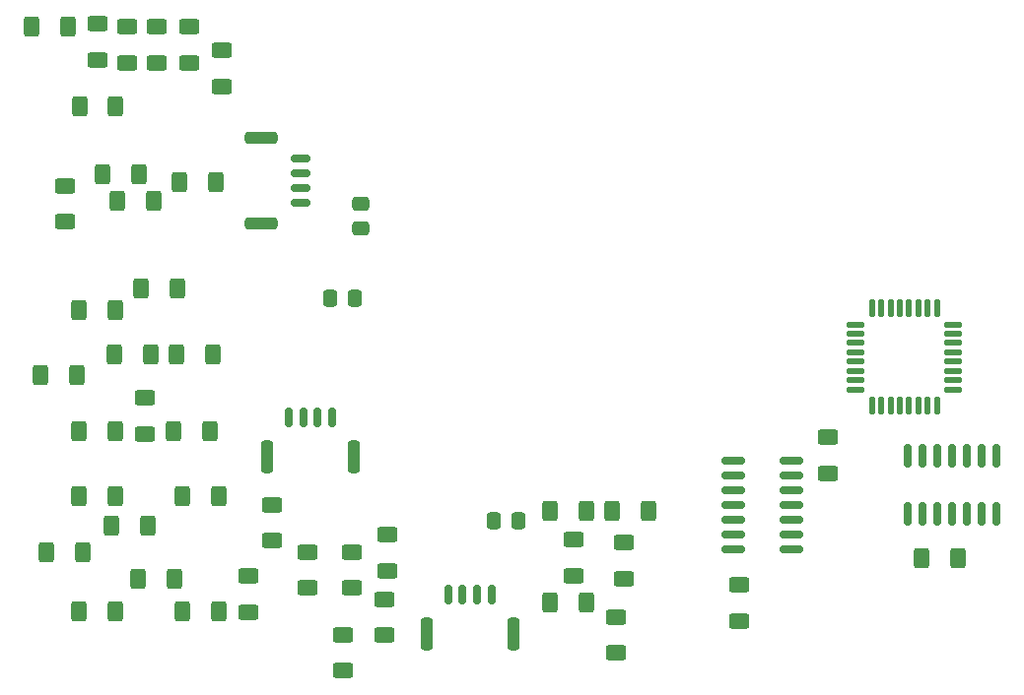
<source format=gbr>
%TF.GenerationSoftware,KiCad,Pcbnew,7.0.1*%
%TF.CreationDate,2023-04-28T17:30:44+02:00*%
%TF.ProjectId,Hexapod_Hardware,48657861-706f-4645-9f48-617264776172,rev?*%
%TF.SameCoordinates,Original*%
%TF.FileFunction,Paste,Top*%
%TF.FilePolarity,Positive*%
%FSLAX46Y46*%
G04 Gerber Fmt 4.6, Leading zero omitted, Abs format (unit mm)*
G04 Created by KiCad (PCBNEW 7.0.1) date 2023-04-28 17:30:44*
%MOMM*%
%LPD*%
G01*
G04 APERTURE LIST*
G04 Aperture macros list*
%AMRoundRect*
0 Rectangle with rounded corners*
0 $1 Rounding radius*
0 $2 $3 $4 $5 $6 $7 $8 $9 X,Y pos of 4 corners*
0 Add a 4 corners polygon primitive as box body*
4,1,4,$2,$3,$4,$5,$6,$7,$8,$9,$2,$3,0*
0 Add four circle primitives for the rounded corners*
1,1,$1+$1,$2,$3*
1,1,$1+$1,$4,$5*
1,1,$1+$1,$6,$7*
1,1,$1+$1,$8,$9*
0 Add four rect primitives between the rounded corners*
20,1,$1+$1,$2,$3,$4,$5,0*
20,1,$1+$1,$4,$5,$6,$7,0*
20,1,$1+$1,$6,$7,$8,$9,0*
20,1,$1+$1,$8,$9,$2,$3,0*%
G04 Aperture macros list end*
%ADD10RoundRect,0.250000X-0.625000X0.400000X-0.625000X-0.400000X0.625000X-0.400000X0.625000X0.400000X0*%
%ADD11RoundRect,0.125000X-0.625000X-0.125000X0.625000X-0.125000X0.625000X0.125000X-0.625000X0.125000X0*%
%ADD12RoundRect,0.125000X-0.125000X-0.625000X0.125000X-0.625000X0.125000X0.625000X-0.125000X0.625000X0*%
%ADD13RoundRect,0.250000X0.400000X0.625000X-0.400000X0.625000X-0.400000X-0.625000X0.400000X-0.625000X0*%
%ADD14RoundRect,0.250000X0.337500X0.475000X-0.337500X0.475000X-0.337500X-0.475000X0.337500X-0.475000X0*%
%ADD15RoundRect,0.250000X0.475000X-0.337500X0.475000X0.337500X-0.475000X0.337500X-0.475000X-0.337500X0*%
%ADD16RoundRect,0.150000X0.825000X0.150000X-0.825000X0.150000X-0.825000X-0.150000X0.825000X-0.150000X0*%
%ADD17RoundRect,0.250000X-0.400000X-0.625000X0.400000X-0.625000X0.400000X0.625000X-0.400000X0.625000X0*%
%ADD18RoundRect,0.250000X0.625000X-0.400000X0.625000X0.400000X-0.625000X0.400000X-0.625000X-0.400000X0*%
%ADD19RoundRect,0.150000X-0.150000X0.825000X-0.150000X-0.825000X0.150000X-0.825000X0.150000X0.825000X0*%
%ADD20RoundRect,0.150000X0.700000X-0.150000X0.700000X0.150000X-0.700000X0.150000X-0.700000X-0.150000X0*%
%ADD21RoundRect,0.250000X1.150000X-0.250000X1.150000X0.250000X-1.150000X0.250000X-1.150000X-0.250000X0*%
%ADD22RoundRect,0.150000X0.150000X0.700000X-0.150000X0.700000X-0.150000X-0.700000X0.150000X-0.700000X0*%
%ADD23RoundRect,0.250000X0.250000X1.150000X-0.250000X1.150000X-0.250000X-1.150000X0.250000X-1.150000X0*%
G04 APERTURE END LIST*
D10*
%TO.C,R9*%
X78486000Y-57378000D03*
X78486000Y-60478000D03*
%TD*%
D11*
%TO.C,IC4*%
X135779000Y-82974629D03*
X135779000Y-83774629D03*
X135779000Y-84574629D03*
X135779000Y-85374629D03*
X135779000Y-86174629D03*
X135779000Y-86974629D03*
X135779000Y-87774629D03*
X135779000Y-88574629D03*
D12*
X137154000Y-89949629D03*
X137954000Y-89949629D03*
X138754000Y-89949629D03*
X139554000Y-89949629D03*
X140354000Y-89949629D03*
X141154000Y-89949629D03*
X141954000Y-89949629D03*
X142754000Y-89949629D03*
D11*
X144129000Y-88574629D03*
X144129000Y-87774629D03*
X144129000Y-86974629D03*
X144129000Y-86174629D03*
X144129000Y-85374629D03*
X144129000Y-84574629D03*
X144129000Y-83774629D03*
X144129000Y-82974629D03*
D12*
X142754000Y-81599629D03*
X141954000Y-81599629D03*
X141154000Y-81599629D03*
X140354000Y-81599629D03*
X139554000Y-81599629D03*
X138754000Y-81599629D03*
X137954000Y-81599629D03*
X137154000Y-81599629D03*
%TD*%
D13*
%TO.C,R23*%
X72162000Y-92137000D03*
X69062000Y-92137000D03*
%TD*%
D14*
%TO.C,C2*%
X106759500Y-99889000D03*
X104684500Y-99889000D03*
%TD*%
D15*
%TO.C,C1*%
X93218000Y-74697500D03*
X93218000Y-72622500D03*
%TD*%
D10*
%TO.C,R5*%
X70612000Y-57124000D03*
X70612000Y-60224000D03*
%TD*%
%TO.C,R62*%
X95504000Y-101066000D03*
X95504000Y-104166000D03*
%TD*%
D16*
%TO.C,U10*%
X130237000Y-102284629D03*
X130237000Y-101014629D03*
X130237000Y-99744629D03*
X130237000Y-98474629D03*
X130237000Y-97204629D03*
X130237000Y-95934629D03*
X130237000Y-94664629D03*
X125287000Y-94664629D03*
X125287000Y-95934629D03*
X125287000Y-97204629D03*
X125287000Y-98474629D03*
X125287000Y-99744629D03*
X125287000Y-101014629D03*
X125287000Y-102284629D03*
%TD*%
D17*
%TO.C,R18*%
X66249500Y-102616000D03*
X69349500Y-102616000D03*
%TD*%
D13*
%TO.C,R12*%
X72188000Y-64262000D03*
X69088000Y-64262000D03*
%TD*%
D17*
%TO.C,R8*%
X72364000Y-72390000D03*
X75464000Y-72390000D03*
%TD*%
D10*
%TO.C,R6*%
X75692000Y-57378000D03*
X75692000Y-60478000D03*
%TD*%
%TO.C,R48*%
X125730000Y-105384000D03*
X125730000Y-108484000D03*
%TD*%
%TO.C,R36*%
X95250000Y-106628000D03*
X95250000Y-109728000D03*
%TD*%
D17*
%TO.C,R16*%
X65760000Y-87376000D03*
X68860000Y-87376000D03*
%TD*%
D10*
%TO.C,R14*%
X81280000Y-59410000D03*
X81280000Y-62510000D03*
%TD*%
D18*
%TO.C,R27*%
X115159500Y-111245500D03*
X115159500Y-108145500D03*
%TD*%
D13*
%TO.C,R25*%
X72162000Y-107696000D03*
X69062000Y-107696000D03*
%TD*%
D18*
%TO.C,R49*%
X133350000Y-95784000D03*
X133350000Y-92684000D03*
%TD*%
D10*
%TO.C,R20*%
X74676000Y-89291000D03*
X74676000Y-92391000D03*
%TD*%
D17*
%TO.C,R59*%
X77190000Y-92137000D03*
X80290000Y-92137000D03*
%TD*%
%TO.C,R63*%
X109519500Y-106901500D03*
X112619500Y-106901500D03*
%TD*%
D10*
%TO.C,R31*%
X115889000Y-101763000D03*
X115889000Y-104863000D03*
%TD*%
D13*
%TO.C,R7*%
X77496000Y-79850500D03*
X74396000Y-79850500D03*
%TD*%
D19*
%TO.C,U11*%
X147828000Y-94299000D03*
X146558000Y-94299000D03*
X145288000Y-94299000D03*
X144018000Y-94299000D03*
X142748000Y-94299000D03*
X141478000Y-94299000D03*
X140208000Y-94299000D03*
X140208000Y-99249000D03*
X141478000Y-99249000D03*
X142748000Y-99249000D03*
X144018000Y-99249000D03*
X145288000Y-99249000D03*
X146558000Y-99249000D03*
X147828000Y-99249000D03*
%TD*%
D20*
%TO.C,J15*%
X88056000Y-72487000D03*
X88056000Y-71237000D03*
X88056000Y-69987000D03*
X88056000Y-68737000D03*
D21*
X84706000Y-74337000D03*
X84706000Y-66887000D03*
%TD*%
D17*
%TO.C,R57*%
X77952000Y-107696000D03*
X81052000Y-107696000D03*
%TD*%
D13*
%TO.C,R60*%
X72162000Y-81723000D03*
X69062000Y-81723000D03*
%TD*%
D10*
%TO.C,R1*%
X67818000Y-71068000D03*
X67818000Y-74168000D03*
%TD*%
D13*
%TO.C,R56*%
X74194000Y-70104000D03*
X71094000Y-70104000D03*
%TD*%
D17*
%TO.C,R19*%
X72110000Y-85533000D03*
X75210000Y-85533000D03*
%TD*%
D22*
%TO.C,J17*%
X104491000Y-106254000D03*
X103241000Y-106254000D03*
X101991000Y-106254000D03*
X100741000Y-106254000D03*
D23*
X106341000Y-109604000D03*
X98891000Y-109604000D03*
%TD*%
D22*
%TO.C,J16*%
X90805000Y-91002000D03*
X89555000Y-91002000D03*
X88305000Y-91002000D03*
X87055000Y-91002000D03*
D23*
X92655000Y-94352000D03*
X85205000Y-94352000D03*
%TD*%
D13*
%TO.C,R64*%
X117947000Y-98995000D03*
X114847000Y-98995000D03*
%TD*%
D17*
%TO.C,R13*%
X77698000Y-70706500D03*
X80798000Y-70706500D03*
%TD*%
%TO.C,R24*%
X77444000Y-85533000D03*
X80544000Y-85533000D03*
%TD*%
D13*
%TO.C,R37*%
X112613000Y-98995000D03*
X109513000Y-98995000D03*
%TD*%
D10*
%TO.C,R33*%
X92456000Y-102564000D03*
X92456000Y-105664000D03*
%TD*%
%TO.C,R61*%
X83566000Y-104622000D03*
X83566000Y-107722000D03*
%TD*%
D14*
%TO.C,C3*%
X92710000Y-80772000D03*
X90635000Y-80772000D03*
%TD*%
D18*
%TO.C,R34*%
X111571000Y-104609000D03*
X111571000Y-101509000D03*
%TD*%
%TO.C,R32*%
X88646000Y-105664000D03*
X88646000Y-102564000D03*
%TD*%
%TO.C,R10*%
X73152000Y-60478000D03*
X73152000Y-57378000D03*
%TD*%
D13*
%TO.C,R22*%
X77242000Y-104902000D03*
X74142000Y-104902000D03*
%TD*%
%TO.C,R4*%
X68098000Y-57404000D03*
X64998000Y-57404000D03*
%TD*%
%TO.C,R58*%
X72162000Y-97790000D03*
X69062000Y-97790000D03*
%TD*%
D18*
%TO.C,R35*%
X85598000Y-101600000D03*
X85598000Y-98500000D03*
%TD*%
D17*
%TO.C,R26*%
X77952000Y-97790000D03*
X81052000Y-97790000D03*
%TD*%
%TO.C,R21*%
X71856000Y-100330000D03*
X74956000Y-100330000D03*
%TD*%
%TO.C,R47*%
X141452000Y-103124000D03*
X144552000Y-103124000D03*
%TD*%
D18*
%TO.C,R29*%
X91694000Y-112776000D03*
X91694000Y-109676000D03*
%TD*%
M02*

</source>
